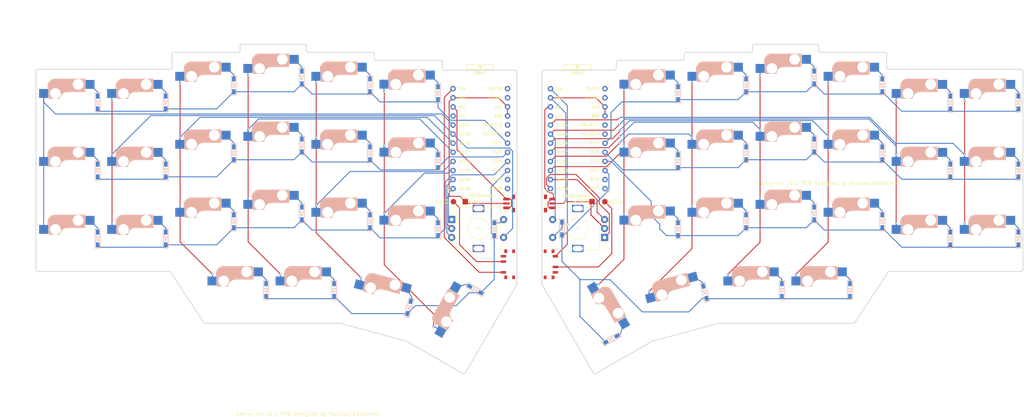
<source format=kicad_pcb>
(kicad_pcb (version 20221018) (generator pcbnew)
  (title_block (title "Corne-ice") (date "2022-12-17") (rev "0.1") (company "foostan/e3b0c442"))
  (layers (0 "F.Cu" signal) (31 "B.Cu" signal) (34 "B.Paste" user) (35 "F.Paste" user) (36 "B.SilkS" user "B.Silkscreen") (37 "F.SilkS" user "F.Silkscreen") (38 "B.Mask" user) (39 "F.Mask" user) (44 "Edge.Cuts" user))
  (net 0 "")
  (net 7 "row3_r")
  (net 8 "row3")
  (net 9 "row2_r")
  (net 10 "row2")
  (net 11 "row1_r")
  (net 12 "row1")
  (net 13 "row0_r")
  (net 14 "row0")
  (net 15 "reset_r")
  (net 16 "reset")
  (net 17 "col5_r")
  (net 18 "col5")
  (net 19 "col4_r")
  (net 20 "col4")
  (net 21 "col3_r")
  (net 22 "col3")
  (net 23 "col2_r")
  (net 24 "col2")
  (net 25 "col1_r")
  (net 26 "col1")
  (net 27 "col0_r")
  (net 28 "col0")
  (net 29 "VDD")
  (net 30 "VCC")
  (net 31 "SCK_r")
  (net 32 "SCK")
  (net 33 "RAW_r")
  (net 34 "RAW")
  (net 35 "Net-(PSW1-B)")
  (net 36 "Net-(D42-A)")
  (net 37 "Net-(D41-A)")
  (net 38 "Net-(D40-A)")
  (net 39 "Net-(D39-A)")
  (net 40 "Net-(D38-A)")
  (net 41 "Net-(D37-A)")
  (net 42 "Net-(D36-A)")
  (net 43 "Net-(D35-A)")
  (net 44 "Net-(D34-A)")
  (net 45 "Net-(D33-A)")
  (net 46 "Net-(D32-A)")
  (net 47 "Net-(D31-A)")
  (net 48 "Net-(D30-A)")
  (net 49 "Net-(D29-A)")
  (net 50 "Net-(D28-A)")
  (net 51 "Net-(D27-A)")
  (net 52 "Net-(D26-A)")
  (net 53 "Net-(D25-A)")
  (net 54 "Net-(D24-A)")
  (net 55 "Net-(D23-A)")
  (net 56 "Net-(D22-A)")
  (net 57 "Net-(D1-A)")
  (net 58 "MOSI_r")
  (net 59 "MOSI")
  (net 60 "GNDA")
  (net 61 "GND")
  (net 62 "CS_r")
  (net 63 "CS")
  (net 64 "Net-(D44-A)")
  (net 65 "Net-(D45-A)")
  (net 66 "Net-(D46-A)")
  (net 67 "Net-(D47-A)")
  (net 68 "Net-(D48-A)")
  (net 69 "Net-(D49-A)")
  (net 70 "Net-(D50-A)")
  (net 71 "Net-(D51-A)")
  (net 72 "Net-(D52-A)")
  (net 73 "Net-(D53-A)")
  (net 74 "Net-(D54-A)")
  (net 75 "Net-(D55-A)")
  (net 76 "Net-(D56-A)")
  (net 77 "Net-(D57-A)")
  (net 78 "Net-(D58-A)")
  (net 79 "Net-(D59-A)")
  (net 80 "Net-(D60-A)")
  (net 81 "Net-(D2-A)")
  (net 82 "Net-(D3-A)")
  (net 83 "Net-(D4-A)")
  (net 84 "Net-(D5-A)")
  (net 85 "Net-(D6-A)")
  (net 86 "rotary_b")
  (net 87 "rotary_a")
  (net 90 "Net-(D7-A)")
  (net 91 "Net-(D8-A)")
  (net 92 "Net-(PSW2-B)")
  (net 93 "rotary_a_r")
  (net 94 "rotary_b_r")
  (footprint "kbd:ProMicro_v3" (layer "F.Cu") (at 134.8 46.4)
    (fp_text reference "U1" hide)
    (fp_text value "nice!nano")
  )
  (footprint "kbd:ProMicro_v3" (layer "F.Cu") (at 162 46.4)
    (fp_text reference "U2" hide)
    (fp_text value "nice!nano")
  )
  (footprint "kbd:CherryMX_Hotswap" (layer "F.Cu") (at 220 28.8)
    (fp_text reference "SW25" hide)
    (fp_text value "SW_PUSH" hide)
  )
  (footprint "kbd:CherryMX_Hotswap" (layer "F.Cu") (at 258 54.8)
    (fp_text reference "SW29" hide)
    (fp_text value "SW_PUSH" hide)
  )
  (footprint "kbd:CherryMX_Hotswap" (layer "F.Cu") (at 258 73.8)
    (fp_text reference "SW35" hide)
    (fp_text value "SW_PUSH" hide)
  )
  (footprint "Button_Switch_SMD:SW_Push_1P1T-MP_NO_Horizontal_Alps_SKRTLAE010" (layer "F.Cu") (at 154.05 64 -90)
    (fp_text reference "RSW3" hide)
    (fp_text value "SW_PUSH" hide)
  )
  (footprint "TestPoint:TestPoint_Pad_1.5x1.5mm" (layer "F.Cu") (at 166 63.5 -90)
    (fp_text reference "TP4" hide)
    (fp_text value "TestPoint" hide)
  )
  (footprint "TestPoint:TestPoint_Pad_D1.5mm" (layer "F.Cu") (at 169.55 63.5 -90)
    (fp_text reference "TP3" hide)
    (fp_text value "TestPoint" hide)
  )
  (footprint "kbd:CherryMX_Hotswap" (layer "F.Cu") (at 96 31)
    (fp_text reference "SW56" hide)
    (fp_text value "SW_PUSH" hide)
  )
  (footprint "kbd:CherryMX_Hotswap" (layer "F.Cu") (at 107.2 91 -15)
    (fp_text reference "SW4" hide)
    (fp_text value "SW_PUSH" hide)
  )
  (footprint "kbd:CherryMX_Hotswap" (layer "F.Cu") (at 58 31)
    (fp_text reference "SW50" hide)
    (fp_text value "SW_PUSH" hide)
  )
  (footprint "kbd:CherryMX_Hotswap" (layer "F.Cu") (at 96 69)
    (fp_text reference "SW58" hide)
    (fp_text value "SW_PUSH" hide)
  )
  (footprint "kbd:CherryMX_Hotswap" (layer "F.Cu") (at 20 73.8)
    (fp_text reference "SW46" hide)
    (fp_text value "SW_PUSH" hide)
  )
  (footprint "kbd:CherryMX_Hotswap" (layer "F.Cu") (at 201 31)
    (fp_text reference "SW26" hide)
    (fp_text value "SW_PUSH" hide)
  )
  (footprint "TestPoint:TestPoint_Pad_D1.5mm" (layer "F.Cu") (at 127.3075 63.48 -90)
    (fp_text reference "TP2" hide)
    (fp_text value "TestPoint" hide)
  )
  (footprint "kbd:CherryMX_Hotswap" (layer "F.Cu") (at 220 66.8)
    (fp_text reference "SW37" hide)
    (fp_text value "SW_PUSH" hide)
  )
  (footprint "keeblib:switch_SSSS811101" (layer "F.Cu") (at 154 81 -90)
    (fp_text reference "PSW2" hide)
    (fp_text value "SW_SPDT" hide)
  )
  (footprint "kbd:CherryMX_Hotswap" (layer "F.Cu") (at 211 88.2)
    (fp_text reference "SW40" hide)
    (fp_text value "SW_PUSH" hide)
  )
  (footprint "kbd:CherryMX_Hotswap" (layer "F.Cu") (at 182 71.2)
    (fp_text reference "SW39" hide)
    (fp_text value "SW_PUSH" hide)
  )
  (footprint "kbd:CherryMX_Hotswap" (layer "F.Cu") (at 115 71.2)
    (fp_text reference "SW61" hide)
    (fp_text value "SW_PUSH" hide)
  )
  (footprint "kbd:CherryMX_Hotswap" (layer "F.Cu") (at 277 73.8)
    (fp_text reference "SW34" hide)
    (fp_text value "SW_PUSH" hide)
  )
  (footprint "kbd:CherryMX_Hotswap" (layer "F.Cu") (at 220 47.8)
    (fp_text reference "SW31" hide)
    (fp_text value "SW_PUSH" hide)
  )
  (footprint "kbd:CherryMX_Hotswap" (layer "F.Cu") (at 77 66.8)
    (fp_text reference "SW55" hide)
    (fp_text value "SW_PUSH" hide)
  )
  (footprint "kbd:CherryMX_Hotswap" (layer "F.Cu") (at 277 35.8)
    (fp_text reference "SW22" hide)
    (fp_text value "SW_PUSH" hide)
  )
  (footprint "TestPoint:TestPoint_Pad_1.5x1.5mm" (layer "F.Cu") (at 130.6075 63.48 -90)
    (fp_text reference "TP1" hide)
    (fp_text value "TestPoint" hide)
  )
  (footprint "kbd:CherryMX_Hotswap" (layer "F.Cu") (at 20 54.8)
    (fp_text reference "SW45" hide)
    (fp_text value "SW_PUSH" hide)
  )
  (footprint "kbd:CherryMX_Hotswap" (layer "F.Cu") (at 115 52.2)
    (fp_text reference "SW60" hide)
    (fp_text value "SW_PUSH" hide)
  )
  (footprint "kbd:CherryMX_Hotswap" (layer "F.Cu") (at 77 47.8)
    (fp_text reference "SW54" hide)
    (fp_text value "SW_PUSH" hide)
  )
  (footprint "kbd:CherryMX_Hotswap" (layer "F.Cu") (at 239 31)
    (fp_text reference "SW24" hide)
    (fp_text value "SW_PUSH" hide)
  )
  (footprint "kbd:CherryMX_Hotswap" (layer "F.Cu") (at 58 50)
    (fp_text reference "SW51" hide)
    (fp_text value "SW_PUSH" hide)
  )
  (footprint "kbd:CherryMX_Hotswap" (layer "F.Cu") (at 201 50)
    (fp_text reference "SW32" hide)
    (fp_text value "SW_PUSH" hide)
  )
  (footprint "Rotary_Encoder:RotaryEncoder_Alps_EC11E-Switch_Vertical_H20mm" (layer "F.Cu") (at 169.5 73.5 180)
    (fp_text reference "SW7" hide)
    (fp_text value "RotaryEncoder_Switch" hide)
  )
  (footprint "Button_Switch_SMD:SW_Push_1P1T-MP_NO_Horizontal_Alps_SKRTLAE010" (layer "F.Cu") (at 143 64 90)
    (fp_text reference "RSW1" hide)
    (fp_text value "SW_PUSH" hide)
  )
  (footprint "kbd:CherryMX_Hotswap" (layer "F.Cu") (at 182 33.2)
    (fp_text reference "SW27" hide)
    (fp_text value "SW_PUSH" hide)
  )
  (footprint "kbd:CherryMX_Hotswap" (layer "F.Cu") (at 189.8 91 15)
    (fp_text reference "SW41" hide)
    (fp_text value "SW_PUSH" hide)
  )
  (footprint "kbd:CherryMX_Hotswap" (layer "F.Cu") (at 258 35.8)
    (fp_text reference "SW23" hide)
    (fp_text value "SW_PUSH" hide)
  )
  (footprint "kbd:CherryMX_Hotswap" (layer "F.Cu") (at 115 33.2)
    (fp_text reference "SW59" hide)
    (fp_text value "SW_PUSH" hide)
  )
  (footprint "kbd:CherryMX_Hotswap" (layer "F.Cu") (at 39 73.8)
    (fp_text reference "SW49" hide)
    (fp_text value "SW_PUSH" hide)
  )
  (footprint "kbd:CherryMX_Hotswap" (layer "F.Cu") (at 201 69)
    (fp_text reference "SW38" hide)
    (fp_text value "SW_PUSH" hide)
  )
  (footprint "kbd:CherryMX_Hotswap" (layer "F.Cu") (at 67 88.2)
    (fp_text reference "SW2" hide)
    (fp_text value "SW_PUSH" hide)
  )
  (footprint "kbd:CherryMX_Hotswap_1.5u" (layer "F.Cu") (at 167.6 95 -60)
    (fp_text reference "SW42" hide)
    (fp_text value "SW_PUSH" hide)
  )
  (footprint "kbd:CherryMX_Hotswap" (layer "F.Cu") (at 239 50)
    (fp_text reference "SW30" hide)
    (fp_text value "SW_PUSH" hide)
  )
  (footprint "Rotary_Encoder:RotaryEncoder_Alps_EC11E-Switch_Vertical_H20mm" (layer "F.Cu") (at 126.8 68.5)
    (fp_text reference "SW43" hide)
    (fp_text value "RotaryEncoder_Switch" hide)
  )
  (footprint "kbd:CherryMX_Hotswap" (layer "F.Cu") (at 230 88.2)
    (fp_text reference "SW6" hide)
    (fp_text value "SW_PUSH" hide)
  )
  (footprint "kbd:CherryMX_Hotswap" (layer "F.Cu") (at 39 54.8)
    (fp_text reference "SW48" hide)
    (fp_text value "SW_PUSH" hide)
  )
  (footprint "kbd:CherryMX_Hotswap_1.5u" (layer "F.Cu") (at 129.4 95 60)
    (fp_text reference "SW5" hide)
    (fp_text value "SW_PUSH" hide)
  )
  (footprint "keeblib:switch_SSSS811101" (layer "F.Cu") (at 143 81 90)
    (fp_text reference "PSW1" hide)
    (fp_text value "SW_SPDT" hide)
  )
  (footprint "kbd:CherryMX_Hotswap" (layer "F.Cu") (at 20 35.8)
    (fp_text reference "SW1" hide)
    (fp_text value "SW_PUSH" hide)
  )
  (footprint "kbd:CherryMX_Hotswap" (layer "F.Cu") (at 39 35.8)
    (fp_text reference "SW47" hide)
    (fp_text value "SW_PUSH" hide)
  )
  (footprint "kbd:CherryMX_Hotswap" (layer "F.Cu") (at 86 88.2)
    (fp_text reference "SW3" hide)
    (fp_text value "SW_PUSH" hide)
  )
  (footprint "kbd:CherryMX_Hotswap" (layer "F.Cu") (at 77 28.8)
    (fp_text reference "SW53" hide)
    (fp_text value "SW_PUSH" hide)
  )
  (footprint "kbd:CherryMX_Hotswap" (layer "F.Cu") (at 182 52.2)
    (fp_text reference "SW33" hide)
    (fp_text value "SW_PUSH" hide)
  )
  (footprint "kbd:CherryMX_Hotswap" (layer "F.Cu") (at 239 69)
    (fp_text reference "SW36" hide)
    (fp_text value "SW_PUSH" hide)
  )
  (footprint "kbd:CherryMX_Hotswap" (layer "F.Cu") (at 96 50)
    (fp_text reference "SW57" hide)
    (fp_text value "SW_PUSH" hide)
  )
  (footprint "kbd:CherryMX_Hotswap" (layer "F.Cu") (at 277 54.8)
    (fp_text reference "SW28" hide)
    (fp_text value "SW_PUSH" hide)
  )
  (footprint "kbd:CherryMX_Hotswap" (layer "F.Cu") (at 58 69)
    (fp_text reference "SW52" hide)
    (fp_text value "SW_PUSH" hide)
  )
  (footprint "kbd:D3_SMD_v2" (layer "B.Cu") (at 85 66.8 90)
    (fp_text reference "D54" hide)
    (fp_text value "D" hide)
  )
  (footprint "kbd:D3_SMD_v2" (layer "B.Cu") (at 94 88.2 90)
    (fp_text reference "D3" hide)
    (fp_text value "D" hide)
  )
  (footprint "kbd:D3_SMD_v2" (layer "B.Cu") (at 123 71.2 90)
    (fp_text reference "D60" hide)
    (fp_text value "D" hide)
  )
  (footprint "kbd:D3_SMD_v2" (layer "B.Cu") (at 138.7 71.2 90)
    (fp_text reference "D6" hide)
    (fp_text value "D" hide)
  )
  (footprint "kbd:D3_SMD_v2" (layer "B.Cu") (at 28 73.8 90)
    (fp_text reference "D45" hide)
    (fp_text value "D" hide)
  )
  (footprint "kbd:D3_SMD_v2" (layer "B.Cu") (at 47 35.8 90)
    (fp_text reference "D46" hide)
    (fp_text value "D" hide)
  )
  (footprint "kbd:D3_SMD_v2" (layer "B.Cu") (at 66 50 90)
    (fp_text reference "D50" hide)
    (fp_text value "D" hide)
  )
  (footprint "kbd:D3_SMD_v2" (layer "B.Cu") (at 66 31 90)
    (fp_text reference "D49" hide)
    (fp_text value "D" hide)
  )
  (footprint "kbd:D3_SMD_v2" (layer "B.Cu") (at 190 33.2 90)
    (fp_text reference "D27" hide)
    (fp_text value "D" hide)
  )
  (footprint "kbd:D3_SMD_v2" (layer "B.Cu") (at 114.927407 93.070552 75)
    (fp_text reference "D4" hide)
    (fp_text value "D" hide)
  )
  (footprint "kbd:D3_SMD_v2" (layer "B.Cu") (at 228 47.8 90)
    (fp_text reference "D31" hide)
    (fp_text value "D" hide)
  )
  (footprint "kbd:D3_SMD_v2" (layer "B.Cu") (at 266 54.8 90)
    (fp_text reference "D29" hide)
    (fp_text value "D" hide)
  )
  (footprint "kbd:D3_SMD_v2" (layer "B.Cu") (at 66 69 90)
    (fp_text reference "D51" hide)
    (fp_text value "D" hide)
  )
  (footprint "kbd:D3_SMD_v2" (layer "B.Cu") (at 209 31 90)
    (fp_text reference "D26" hide)
    (fp_text value "D" hide)
  )
  (footprint "kbd:D3_SMD_v2" (layer "B.Cu") (at 104 31 90)
    (fp_text reference "D55" hide)
    (fp_text value "D" hide)
  )
  (footprint "kbd:D3_SMD_v2" (layer "B.Cu") (at 228 66.8 90)
    (fp_text reference "D37" hide)
    (fp_text value "D" hide)
  )
  (footprint "kbd:D3_SMD_v2" (layer "B.Cu") (at 28 35.8 90)
    (fp_text reference "D1" hide)
    (fp_text value "D" hide)
  )
  (footprint "kbd:D3_SMD_v2" (layer "B.Cu") (at 190 71.2 90)
    (fp_text reference "D39" hide)
    (fp_text value "D" hide)
  )
  (footprint "kbd:D3_SMD_v2" (layer "B.Cu") (at 47 73.8 90)
    (fp_text reference "D48" hide)
    (fp_text value "D" hide)
  )
  (footprint "kbd:D3_SMD_v2" (layer "B.Cu") (at 28 54.8 90)
    (fp_text reference "D44" hide)
    (fp_text value "D" hide)
  )
  (footprint "kbd:D3_SMD_v2" (layer "B.Cu") (at 123 33.2 90)
    (fp_text reference "D58" hide)
    (fp_text value "D" hide)
  )
  (footprint "kbd:D3_SMD_v2" (layer "B.Cu") (at 247 69 90)
    (fp_text reference "D36" hide)
    (fp_text value "D" hide)
  )
  (footprint "kbd:D3_SMD_v2" (layer "B.Cu") (at 75 88.2 90)
    (fp_text reference "D2" hide)
    (fp_text value "D" hide)
  )
  (footprint "kbd:D3_SMD_v2" (layer "B.Cu") (at 285 73.8 90)
    (fp_text reference "D34" hide)
    (fp_text value "D" hide)
  )
  (footprint "kbd:D3_SMD_v2" (layer "B.Cu") (at 123 52.2 90)
    (fp_text reference "D59" hide)
    (fp_text value "D" hide)
  )
  (footprint "kbd:D3_SMD_v2" (layer "B.Cu") (at 228 28.8 90)
    (fp_text reference "D25" hide)
    (fp_text value "D" hide)
  )
  (footprint "kbd:D3_SMD_v2" (layer "B.Cu") (at 266 35.8 90)
    (fp_text reference "D23" hide)
    (fp_text value "D" hide)
  )
  (footprint "kbd:D3_SMD_v2" (layer "B.Cu") (at 209 69 90)
    (fp_text reference "D38" hide)
    (fp_text value "D" hide)
  )
  (footprint "kbd:D3_SMD_v2" (layer "B.Cu") (at 247 50 90)
    (fp_text reference "D30" hide)
    (fp_text value "D" hide)
  )
  (footprint "kbd:D3_SMD_v2" (layer "B.Cu") (at 219 88.2 90)
    (fp_text reference "D40" hide)
    (fp_text value "D" hide)
  )
  (footprint "kbd:D3_SMD_v2" (layer "B.Cu") (at 85 47.8 90)
    (fp_text reference "D53" hide)
    (fp_text value "D" hide)
  )
  (footprint "kbd:D3_SMD_v2" (layer "B.Cu") (at 171.4 101.928203 30)
    (fp_text reference "D42" hide)
    (fp_text value "D" hide)
  )
  (footprint "kbd:D3_SMD_v2" (layer "B.Cu") (at 247 31 90)
    (fp_text reference "D24" hide)
    (fp_text value "D" hide)
  )
  (footprint "kbd:D3_SMD_v2" (layer "B.Cu") (at 47 54.8 90)
    (fp_text reference "D47" hide)
    (fp_text value "D" hide)
  )
  (footprint "kbd:D3_SMD_v2" (layer "B.Cu") (at 285 54.8 90)
    (fp_text reference "D28" hide)
    (fp_text value "D" hide)
  )
  (footprint "kbd:D3_SMD_v2" (layer "B.Cu") (at 197.527407 88.829447 105)
    (fp_text reference "D41" hide)
    (fp_text value "D" hide)
  )
  (footprint "kbd:D3_SMD_v2" (layer "B.Cu") (at 266 73.8 90)
    (fp_text reference "D35" hide)
    (fp_text value "D" hide)
  )
  (footprint "kbd:D3_SMD_v2" (layer "B.Cu") (at 157.6 71 90)
    (fp_text reference "D8" hide)
    (fp_text value "D" hide)
  )
  (footprint "kbd:D3_SMD_v2" (layer "B.Cu") (at 209 50 90)
    (fp_text reference "D32" hide)
    (fp_text value "D" hide)
  )
  (footprint "kbd:D3_SMD_v2" (layer "B.Cu") (at 238 88.2 90)
    (fp_text reference "D7" hide)
    (fp_text value "D" hide)
  )
  (footprint "kbd:D3_SMD_v2" (layer "B.Cu") (at 285 35.8 90)
    (fp_text reference "D22" hide)
    (fp_text value "D" hide)
  )
  (footprint "kbd:D3_SMD_v2" (layer "B.Cu") (at 104 50 90)
    (fp_text reference "D56" hide)
    (fp_text value "D" hide)
  )
  (footprint "kbd:D3_SMD_v2" (layer "B.Cu") (at 190 52.2 90)
    (fp_text reference "D33" hide)
    (fp_text value "D" hide)
  )
  (footprint "kbd:D3_SMD_v2" (layer "B.Cu") (at 104 69 90)
    (fp_text reference "D57" hide)
    (fp_text value "D" hide)
  )
  (footprint "kbd:D3_SMD_v2" (layer "B.Cu") (at 133.4 88.071797 150)
    (fp_text reference "D5" hide)
    (fp_text value "D" hide)
  )
  (footprint "kbd:D3_SMD_v2" (layer "B.Cu") (at 85 28.8 90)
    (fp_text reference "D52" hide)
    (fp_text value "D" hide)
  )
  (gr_line (start 145 27.25) (end 145 86.465621) (stroke (width 0.2)) (layer "Edge.Cuts"))
  (gr_line (start 229.75 21.75) (end 247.75 21.75) (stroke (width 0.2)) (layer "Edge.Cuts"))
  (gr_arc (start 201.185922 97.517318) (mid 201.250577 97.504345) (end 201.316377 97.5) (stroke (width 0.2)) (layer "Edge.Cuts"))
  (gr_arc (start 172.75 26.25) (mid 172.603553 26.603553) (end 172.25 26.75) (stroke (width 0.2)) (layer "Edge.Cuts"))
  (gr_arc (start 167.032154 111.551144) (mid 166.653303 111.60086) (end 166.350006 111.368504) (stroke (width 0.2)) (layer "Edge.Cuts"))
  (gr_arc (start 210.75 21.25) (mid 210.603553 21.603553) (end 210.25 21.75) (stroke (width 0.2)) (layer "Edge.Cuts"))
  (gr_arc (start 145 86.465621) (mid 144.982865 86.595395) (end 144.932635 86.716274) (stroke (width 0.2)) (layer "Edge.Cuts"))
  (gr_arc (start 248.60194 83.225987) (mid 248.782478 83.060099) (end 249.02017 83) (stroke (width 0.2)) (layer "Edge.Cuts"))
  (gr_line (start 238.97983 97.5) (end 201.316377 97.5) (stroke (width 0.2)) (layer "Edge.Cuts"))
  (gr_arc (start 144.5 26.75) (mid 144.853553 26.896447) (end 145 27.25) (stroke (width 0.2)) (layer "Edge.Cuts"))
  (gr_line (start 152 86.465621) (end 152 27.25) (stroke (width 0.2)) (layer "Edge.Cuts"))
  (gr_arc (start 104.75 21.75) (mid 105.103553 21.896447) (end 105.25 22.25) (stroke (width 0.2)) (layer "Edge.Cuts"))
  (gr_line (start 201.185922 97.517318) (end 182.812739 102.483044) (stroke (width 0.2)) (layer "Edge.Cuts"))
  (gr_line (start 67.75 21.25) (end 67.75 20) (stroke (width 0.2)) (layer "Edge.Cuts"))
  (gr_line (start 86.75 21.75) (end 104.75 21.75) (stroke (width 0.2)) (layer "Edge.Cuts"))
  (gr_line (start 114.187261 102.483044) (end 95.814078 97.517318) (stroke (width 0.2)) (layer "Edge.Cuts"))
  (gr_arc (start 172.75 24.5) (mid 172.896447 24.146447) (end 173.25 24) (stroke (width 0.2)) (layer "Edge.Cuts"))
  (gr_arc (start 95.683623 97.5) (mid 95.749422 97.504351) (end 95.814078 97.517318) (stroke (width 0.2)) (layer "Edge.Cuts"))
  (gr_arc (start 67.75 21.25) (mid 67.603553 21.603553) (end 67.25 21.75) (stroke (width 0.2)) (layer "Edge.Cuts"))
  (gr_line (start 124.25 24.5) (end 124.25 26.25) (stroke (width 0.2)) (layer "Edge.Cuts"))
  (gr_arc (start 239.39806 97.274013) (mid 239.217522 97.439901) (end 238.97983 97.5) (stroke (width 0.2)) (layer "Edge.Cuts"))
  (gr_line (start 68.25 19.5) (end 85.75 19.5) (stroke (width 0.2)) (layer "Edge.Cuts"))
  (gr_arc (start 47.97983 83) (mid 48.217511 83.060121) (end 48.39806 83.225987) (stroke (width 0.2)) (layer "Edge.Cuts"))
  (gr_line (start 166.350006 111.368504) (end 152.067365 86.716274) (stroke (width 0.2)) (layer "Edge.Cuts"))
  (gr_line (start 11.25 26.5) (end 48.25 26.5) (stroke (width 0.2)) (layer "Edge.Cuts"))
  (gr_line (start 124.75 26.75) (end 144.5 26.75) (stroke (width 0.2)) (layer "Edge.Cuts"))
  (gr_line (start 49.25 21.75) (end 67.25 21.75) (stroke (width 0.2)) (layer "Edge.Cuts"))
  (gr_arc (start 182.69368 102.532432) (mid 182.751612 102.503888) (end 182.812739 102.483044) (stroke (width 0.2)) (layer "Edge.Cuts"))
  (gr_arc (start 210.75 20) (mid 210.896447 19.646447) (end 211.25 19.5) (stroke (width 0.2)) (layer "Edge.Cuts"))
  (gr_line (start 248.60194 83.225987) (end 239.39806 97.274013) (stroke (width 0.2)) (layer "Edge.Cuts"))
  (gr_line (start 286.25 27) (end 286.25 82.5) (stroke (width 0.2)) (layer "Edge.Cuts"))
  (gr_arc (start 114.187261 102.483044) (mid 114.248389 102.503886) (end 114.30632 102.532432) (stroke (width 0.2)) (layer "Edge.Cuts"))
  (gr_arc (start 48.75 22.25) (mid 48.896447 21.896447) (end 49.25 21.75) (stroke (width 0.2)) (layer "Edge.Cuts"))
  (gr_line (start 47.97983 83) (end 11.25 83) (stroke (width 0.2)) (layer "Edge.Cuts"))
  (gr_line (start 285.75 83) (end 249.02017 83) (stroke (width 0.2)) (layer "Edge.Cuts"))
  (gr_arc (start 247.75 21.75) (mid 248.103553 21.896447) (end 248.25 22.25) (stroke (width 0.2)) (layer "Edge.Cuts"))
  (gr_line (start 172.75 26.25) (end 172.75 24.5) (stroke (width 0.2)) (layer "Edge.Cuts"))
  (gr_arc (start 191.75 22.25) (mid 191.896447 21.896447) (end 192.25 21.75) (stroke (width 0.2)) (layer "Edge.Cuts"))
  (gr_arc (start 152.067365 86.716274) (mid 152.01713 86.595395) (end 152 86.465621) (stroke (width 0.2)) (layer "Edge.Cuts"))
  (gr_line (start 10.75 82.5) (end 10.75 27) (stroke (width 0.2)) (layer "Edge.Cuts"))
  (gr_arc (start 11.25 83) (mid 10.896447 82.853553) (end 10.75 82.5) (stroke (width 0.2)) (layer "Edge.Cuts"))
  (gr_line (start 173.25 24) (end 191.25 24) (stroke (width 0.2)) (layer "Edge.Cuts"))
  (gr_line (start 57.60194 97.274013) (end 48.39806 83.225987) (stroke (width 0.2)) (layer "Edge.Cuts"))
  (gr_line (start 229.25 20) (end 229.25 21.25) (stroke (width 0.2)) (layer "Edge.Cuts"))
  (gr_arc (start 229.75 21.75) (mid 229.396447 21.603553) (end 229.25 21.25) (stroke (width 0.2)) (layer "Edge.Cuts"))
  (gr_line (start 152.5 26.75) (end 172.25 26.75) (stroke (width 0.2)) (layer "Edge.Cuts"))
  (gr_line (start 105.75 24) (end 123.75 24) (stroke (width 0.2)) (layer "Edge.Cuts"))
  (gr_line (start 211.25 19.5) (end 228.75 19.5) (stroke (width 0.2)) (layer "Edge.Cuts"))
  (gr_arc (start 123.75 24) (mid 124.103553 24.146447) (end 124.25 24.5) (stroke (width 0.2)) (layer "Edge.Cuts"))
  (gr_line (start 48.75 26) (end 48.75 22.25) (stroke (width 0.2)) (layer "Edge.Cuts"))
  (gr_arc (start 10.75 27) (mid 10.896447 26.646447) (end 11.25 26.5) (stroke (width 0.2)) (layer "Edge.Cuts"))
  (gr_arc (start 285.75 26.5) (mid 286.103553 26.646447) (end 286.25 27) (stroke (width 0.2)) (layer "Edge.Cuts"))
  (gr_line (start 144.932635 86.716274) (end 130.649994 111.368504) (stroke (width 0.2)) (layer "Edge.Cuts"))
  (gr_arc (start 86.75 21.75) (mid 86.396447 21.603553) (end 86.25 21.25) (stroke (width 0.2)) (layer "Edge.Cuts"))
  (gr_arc (start 105.75 24) (mid 105.396447 23.853553) (end 105.25 23.5) (stroke (width 0.2)) (layer "Edge.Cuts"))
  (gr_line (start 105.25 22.25) (end 105.25 23.5) (stroke (width 0.2)) (layer "Edge.Cuts"))
  (gr_arc (start 130.649994 111.368504) (mid 130.346676 111.600838) (end 129.967846 111.551144) (stroke (width 0.2)) (layer "Edge.Cuts"))
  (gr_arc (start 248.75 26.5) (mid 248.396447 26.353553) (end 248.25 26) (stroke (width 0.2)) (layer "Edge.Cuts"))
  (gr_line (start 95.683623 97.5) (end 58.02017 97.5) (stroke (width 0.2)) (layer "Edge.Cuts"))
  (gr_line (start 248.25 22.25) (end 248.25 26) (stroke (width 0.2)) (layer "Edge.Cuts"))
  (gr_line (start 129.967846 111.551144) (end 114.30632 102.532432) (stroke (width 0.2)) (layer "Edge.Cuts"))
  (gr_arc (start 286.25 82.5) (mid 286.103553 82.853553) (end 285.75 83) (stroke (width 0.2)) (layer "Edge.Cuts"))
  (gr_line (start 182.69368 102.532432) (end 167.032154 111.551144) (stroke (width 0.2)) (layer "Edge.Cuts"))
  (gr_line (start 191.75 23.5) (end 191.75 22.25) (stroke (width 0.2)) (layer "Edge.Cuts"))
  (gr_arc (start 152 27.25) (mid 152.146447 26.896447) (end 152.5 26.75) (stroke (width 0.2)) (layer "Edge.Cuts"))
  (gr_arc (start 67.75 20) (mid 67.896447 19.646447) (end 68.25 19.5) (stroke (width 0.2)) (layer "Edge.Cuts"))
  (gr_arc (start 48.75 26) (mid 48.603553 26.353553) (end 48.25 26.5) (stroke (width 0.2)) (layer "Edge.Cuts"))
  (gr_arc (start 228.75 19.5) (mid 229.103553 19.646447) (end 229.25 20) (stroke (width 0.2)) (layer "Edge.Cuts"))
  (gr_line (start 248.75 26.5) (end 285.75 26.5) (stroke (width 0.2)) (layer "Edge.Cuts"))
  (gr_line (start 210.75 21.25) (end 210.75 20) (stroke (width 0.2)) (layer "Edge.Cuts"))
  (gr_arc (start 124.75 26.75) (mid 124.396447 26.603553) (end 124.25 26.25) (stroke (width 0.2)) (layer "Edge.Cuts"))
  (gr_arc (start 191.75 23.5) (mid 191.603553 23.853553) (end 191.25 24) (stroke (width 0.2)) (layer "Edge.Cuts"))
  (gr_arc (start 85.75 19.5) (mid 86.103553 19.646447) (end 86.25 20) (stroke (width 0.2)) (layer "Edge.Cuts"))
  (gr_arc (start 58.02017 97.5) (mid 57.78248 97.43989) (end 57.60194 97.274013) (stroke (width 0.2)) (layer "Edge.Cuts"))
  (gr_line (start 86.25 20) (end 86.25 21.25) (stroke (width 0.2)) (layer "Edge.Cuts"))
  (gr_line (start 192.25 21.75) (end 210.25 21.75) (stroke (width 0.2)) (layer "Edge.Cuts"))
  (gr_text "Corne-ice v0.1 PCB Designed by foostan/e3b0c442" (at 66.4825 122.83) (layer "F.SilkS") (effects (font (size 1 1) (thickness 0.125)) (justify left)))
  (gr_text "Corne-ice v0.1 PCB Designed by foostan/e3b0c442" (at 211.8325 58.33) (layer "F.SilkS") (effects (font (size 1 1) (thickness 0.125)) (justify left)))
  (gr_text "-GND" (at 162.7 63.4) (layer "F.SilkS") (effects (font (size 1 1))))
  (gr_text "+VCC" (at 124 63.5) (layer "F.SilkS") (effects (font (size 1 1))))
  (gr_text "GND-" (at 133.9 63.5) (layer "F.SilkS") (effects (font (size 1 1))))
  (gr_text "VCC+" (at 172.6 63.5) (layer "F.SilkS") (effects (font (size 1 1))))
  (segment (start 197.986811 90.543965) (end 196.756035 90.543965) (width 0.25) (layer "B.Cu") (net 7))
  (segment (start 162.6 85.2) (end 162.6 85.3) (width 0.25) (layer "B.Cu") (net 7))
  (segment (start 171 85.3) (end 162.6 85.3) (width 0.25) (layer "B.Cu") (net 7))
  (segment (start 157.6 80.2) (end 162.6 85.2) (width 0.25) (layer "B.Cu") (net 7))
  (segment (start 157.6 72.775) (end 157.6 80.2) (width 0.25) (layer "B.Cu") (net 7))
  (segment (start 237.35 90.625) (end 219.65 90.625) (width 0.25) (layer "B.Cu") (net 7))
  (segment (start 170.6984 60.305474) (end 170.6984 55.869) (width 0.25) (layer "B.Cu") (net 7))
  (segment (start 157.6 72.775) (end 158.228874 72.775) (width 0.25) (layer "B.Cu") (net 7))
  (segment (start 193 94.3) (end 180 94.3) (width 0.25) (layer "B.Cu") (net 7))
  (segment (start 219 89.975) (end 218.35 90.625) (width 0.25) (layer "B.Cu") (net 7))
  (segment (start 198.067846 90.625) (end 197.986811 90.543965) (width 0.25) (layer "B.Cu") (net 7))
  (segment (start 218.35 90.625) (end 198.067846 90.625) (width 0.25) (layer "B.Cu") (net 7))
  (segment (start 219.65 90.625) (end 219 89.975) (width 0.25) (layer "B.Cu") (net 7))
  (segment (start 158.228874 72.775) (end 170.6984 60.305474) (width 0.25) (layer "B.Cu") (net 7))
  (segment (start 196.756035 90.543965) (end 193 94.3) (width 0.25) (layer "B.Cu") (net 7))
  (segment (start 180 94.3) (end 171 85.3) (width 0.25) (layer "B.Cu") (net 7))
  (segment (start 238 89.975) (end 237.35 90.625) (width 0.25) (layer "B.Cu") (net 7))
  (segment (start 162.6 95.552898) (end 169.862805 102.815703) (width 0.25) (layer "B.Cu") (net 7))
  (segment (start 170.6984 55.869) (end 169.6114 54.782) (width 0.25) (layer "B.Cu") (net 7))
  (segment (start 162.6 85.3) (end 162.6 95.552898) (width 0.25) (layer "B.Cu") (net 7))
  (segment (start 75 89.975) (end 75.65 90.625) (width 0.25) (layer "B.Cu") (net 8))
  (segment (start 94 89.975) (end 94.075 89.975) (width 0.25) (layer "B.Cu") (net 8))
  (segment (start 114.468003 94.78507) (end 116.678073 92.575) (width 0.25) (layer "B.Cu") (net 8))
  (segment (start 137.875 72.15) (end 137.875 59.3184) (width 0.25) (layer "B.Cu") (net 8))
  (segment (start 138.7 72.975) (end 137.875 72.15) (width 0.25) (layer "B.Cu") (net 8))
  (segment (start 93.35 90.625) (end 94 89.975) (width 0.25) (layer "B.Cu") (net 8))
  (segment (start 131.707461 88.959297) (end 134.937195 88.959297) (width 0.25) (layer "B.Cu") (net 8))
  (segment (start 134.937195 88.959297) (end 138.7 85.196492) (width 0.25) (layer "B.Cu") (net 8))
  (segment (start 138.7 85.196492) (end 138.7 72.975) (width 0.25) (layer "B.Cu") (net 8))
  (segment (start 116.678073 92.575) (end 128.091758 92.575) (width 0.25) (layer "B.Cu") (net 8))
  (segment (start 98.9 94.8) (end 98.91493 94.78507) (width 0.25) (layer "B.Cu") (net 8))
  (segment (start 98.91493 94.78507) (end 114.468003 94.78507) (width 0.25) (layer "B.Cu") (net 8))
  (segment (start 128.091758 92.575) (end 131.707461 88.959297) (width 0.25) (layer "B.Cu") (net 8))
  (segment (start 137.875 59.3184) (end 142.4114 54.782) (width 0.25) (layer "B.Cu") (net 8))
  (segment (start 94.075 89.975) (end 98.9 94.8) (width 0.25) (layer "B.Cu") (net 8))
  (segment (start 75.65 90.625) (end 93.35 90.625) (width 0.25) (layer "B.Cu") (net 8))
  (segment (start 266 75.575) (end 265.35 76.225) (width 0.25) (layer "B.Cu") (net 9))
  (segment (start 284.35 76.225) (end 266.65 76.225) (width 0.25) (layer "B.Cu") (net 9))
  (segment (start 230.85 71.425) (end 228 68.575) (width 0.25) (layer "B.Cu") (net 9))
  (segment (start 171.342 52.242) (end 182.5 63.4) (width 0.25) (layer "B.Cu") (net 9))
  (segment (start 265.35 76.225) (end 252.45 76.225) (width 0.25) (layer "B.Cu") (net 9))
  (segment (start 206.8 72.975) (end 190 72.975) (width 0.25) (layer "B.Cu") (net 9))
  (segment (start 209 70.775) (end 206.8 72.975) (width 0.25) (layer "B.Cu") (net 9))
  (segment (start 186.775 72.975) (end 190 72.975) (width 0.25) (layer "B.Cu") (net 9))
  (segment (start 228 68.575) (end 225.8 70.775) (width 0.25) (layer "B.Cu") (net 9))
  (segment (start 184.9 71.1) (end 186.775 72.975) (width 0.25) (layer "B.Cu") (net 9))
  (segment (start 169.6114 52.242) (end 171.342 52.242) (width 0.25) (layer "B.Cu") (net 9))
  (segment (start 252.45 76.225) (end 247 70.775) (width 0.25) (layer "B.Cu") (net 9))
  (segment (start 266.65 76.225) (end 266 75.575) (width 0.25) (layer "B.Cu") (net 9))
  (segment (start 246.35 71.425) (end 230.85 71.425) (width 0.25) (layer "B.Cu") (net 9))
  (segment (start 285 75.575) (end 284.35 76.225) (width 0.25) (layer "B.Cu") (net 9))
  (segment (start 182.5 63.4) (end 182.5 67.4) (width 0.25) (layer "B.Cu") (net 9))
  (segment (start 182.5 67.4) (end 184.9 69.8) (width 0.25) (layer "B.Cu") (net 9))
  (segment (start 247 70.775) (end 246.35 71.425) (width 0.25) (layer "B.Cu") (net 9))
  (segment (start 184.9 69.8) (end 184.9 71.1) (width 0.25) (layer "B.Cu") (net 9))
  (segment (start 225.8 70.775) (end 209 70.775) (width 0.25) (layer "B.Cu") (net 9))
  (segment (start 125.025 57.957926) (end 126.982926 56) (width 0.25) (layer "B.Cu") (net 10))
  (segment (start 122.35 73.625) (end 123 72.975) (width 0.25) (layer "B.Cu") (net 10))
  (segment (start 28 75.575) (end 28.65 76.225) (width 0.25) (layer "B.Cu") (net 10))
  (segment (start 61.2 75.575) (end 66 70.775) (width 0.25) (layer "B.Cu") (net 10))
  (segment (start 126.982926 56) (end 138.6534 56) (width 0.25) (layer "B.Cu") (net 10))
  (segment (start 103.35 71.425) (end 104 70.775) (width 0.25) (layer "B.Cu") (net 10))
  (segment (start 28.65 76.225) (end 46.35 76.225) (width 0.25) (layer "B.Cu") (net 10))
  (segment (start 46.35 76.225) (end 47 75.575) (width 0.25) (layer "B.Cu") (net 10))
  (segment (start 85 68.575) (end 87.85 71.425) (width 0.25) (layer "B.Cu") (net 10))
  (segment (start 82.8 70.775) (end 85 68.575) (width 0.25) (layer "B.Cu") (net 10))
  (segment (start 106.85 73.625) (end 122.35 73.625) (width 0.25) (layer "B.Cu") (net 10))
  (segment (start 138.6534 56) (end 142.4114 52.242) (width 0.25) (layer "B.Cu") (net 10))
  (segment (start 123 72.975) (end 125.025 70.95) (width 0.25) (layer "B.Cu") (net 10))
  (segment (start 125.025 70.95) (end 125.025 57.957926) (width 0.25) (layer "B.Cu") (net 10))
  (segment (start 47 75.575) (end 61.2 75.575) (width 0.25) (layer "B.Cu") (net 10))
  (segment (start 87.85 71.425) (end 103.35 71.425) (width 0.25) (layer "B.Cu") (net 10))
  (segment (start 66 70.775) (end 82.8 70.775) (width 0.25) (layer "B.Cu") (net 10))
  (segment (start 104 70.775) (end 106.85 73.625) (width 0.25) (layer "B.Cu") (net 10))
  (segment (start 230.85 52.425) (end 228 49.575) (width 0.25) (layer "B.Cu") (net 11))
  (segment (start 266.65 57.225) (end 266 56.575) (width 0.25) (layer "B.Cu") (net 11))
  (segment (start 206.8 53.975) (end 190 53.975) (width 0.25) (layer "B.Cu") (net 11))
  (segment (start 189.35 54.625) (end 174.5344 54.625) (width 0.25) (layer "B.Cu") (net 11))
  (segment (start 265.35 57.225) (end 252.45 57.225) (width 0.25) (layer "B.Cu") (net 11))
  (segment (start 190 53.975) (end 189.35 54.625) (width 0.25) (layer "B.Cu") (net 11))
  (segment (start 266 56.575) (end 265.35 57.225) (width 0.25) (layer "B.Cu") (net 11))
  (segment (start 247 51.775) (end 246.35 52.425) (width 0.25) (layer "B.Cu") (net 11))
  (segment (start 174.5344 54.625) (end 169.6114 49.702) (width 0.25) (layer "B.Cu") (net 11))
  (segment (start 246.35 52.425) (end 230.85 52.425) (width 0.25) (layer "B.Cu") (net 11))
  (segment (start 209 51.775) (end 206.8 53.975) (width 0.25) (layer "B.Cu") (net 11))
  (segment (start 228 49.575) (end 225.8 51.775) (width 0.25) (layer "B.Cu") (net 11))
  (segment (start 252.45 57.225) (end 247 51.775) (width 0.25) (layer "B.Cu") (net 11))
  (segment (start 225.8 51.775) (end 209 51.775) (width 0.25) (layer "B.Cu") (net 11))
  (segment (start 284.35 57.225) (end 266.65 57.225) (width 0.25) (layer "B.Cu") (net 11))
  (segment (start 285 56.575) (end 284.35 57.225) (width 0.25) (layer "B.Cu") (net 11))
  (segment (start 28 56.575) (end 28.65 57.225) (width 0.25) (layer "B.Cu") (net 12))
  (segment (start 125.975 51) (end 141.1134 51) (width 0.25) (layer "B.Cu") (net 12))
  (segment (start 47 56.575) (end 61.2 56.575) (width 0.25) (layer "B.Cu") (net 12))
  (segment (start 82.8 51.775) (end 85 49.575) (width 0.25) (layer "B.Cu") (net 12))
  (segment (start 85 49.575) (end 87.85 52.425) (width 0.25) (layer "B.Cu") (net 12))
  (segment (start 66 51.775) (end 82.8 51.775) (width 0.25) (layer "B.Cu") (net 12))
  (segment (start 61.2 56.575) (end 66 51.775) (width 0.25) (layer "B.Cu") (net 12))
  (segment (start 46.35 57.225) (end 47 56.575) (width 0.25) (layer "B.Cu") (net 12))
  (segment (start 106.85 54.625) (end 122.35 54.625) (width 0.25) (layer "B.Cu") (net 12))
  (segment (start 122.35 54.625) (end 123 53.975) (width 0.25) (layer "B.Cu") (net 12))
  (segment (start 28.65 57.225) (end 46.35 57.225) (width 0.25) (layer "B.Cu") (net 12))
  (segment (start 141.1134 51) (end 142.4114 49.702) (width 0.25) (layer "B.Cu") (net 12))
  (segment (start 103.35 52.425) (end 104 51.775) (width 0.25) (layer "B.Cu") (net 12))
  (segment (start 123 53.975) (end 125.975 51) (width 0.25) (layer "B.Cu") (net 12))
  (segment (start 87.85 52.425) (end 103.35 52.425) (width 0.25) (layer "B.Cu") (net 12))
  (segment (start 104 51.775) (end 106.85 54.625) (width 0.25) (layer "B.Cu") (net 12))
  (segment (start 284.35 38.225) (end 266.65 38.225) (width 0.25) (layer "B.Cu") (net 13))
  (segment (start 206.8 34.975) (end 190 34.975) (width 0.25) (layer "B.Cu") (net 13))
  (segment (start 265.35 38.225) (end 252.45 38.225) (width 0.25) (layer "B.Cu") (net 13))
  (segment (start 171.3 45.4734) (end 169.6114 47.162) (width 0.25) (layer "B.Cu") (net 13))
  (segment (start 285 37.575) (end 284.35 38.225) (width 0.25) (layer "B.Cu") (net 13))
  (segment (start 228 30.575) (end 225.8 32.775) (width 0.25) (layer "B.Cu") (net 13))
  (segment (start 230.85 33.425) (end 228 30.575) (width 0.25) (layer "B.Cu") (net 13))
  (segment (start 246.35 33.425) (end 230.85 33.425) (width 0.25) (layer "B.Cu") (net 13))
  (segment (start 252.45 38.225) (end 247 32.775) (width 0.25) (layer "B.Cu") (net 13))
  (segment (start 209 32.775) (end 206.8 34.975) (width 0.25) (layer "B.Cu") (net 13))
  (segment (start 171.3 38.6) (end 171.3 45.4734) (width 0.25) (layer "B.Cu") (net 13))
  (segment (start 266 37.575) (end 265.35 38.225) (width 0.25) (layer "B.Cu") (net 13))
  (segment (start 190 34.975) (end 189.35 35.625) (width 0.25) (layer "B.Cu") (net 13))
  (segment (start 247 32.775) (end 246.35 33.425) (width 0.25) (layer "B.Cu") (net 13))
  (segment (start 266.65 38.225) (end 266 37.575) (width 0.25) (layer "B.Cu") (net 13))
  (segment (start 189.35 35.625) (end 174.275 35.625) (width 0.25) (layer "B.Cu") (net 13))
  (segment (start 225.8 32.775) (end 209 32.775) (width 0.25) (layer "B.Cu") (net 13))
  (segment (start 174.275 35.625) (end 171.3 38.6) (width 0.25) (layer "B.Cu") (net 13))
  (segment (start 122.35 35.625) (end 123 34.975) (width 0.25) (layer "B.Cu") (net 14))
  (segment (start 135.9994 40.75) (end 142.4114 47.162) (width 0.25) (layer "B.Cu") (net 14))
  (segment (start 103.35 33.425) (end 104 32.775) (width 0.25) (layer "B.Cu") (net 14))
  (segment (start 104 32.775) (end 106.85 35.625) (width 0.25) (layer "B.Cu") (net 14))
  (segment (start 85 30.575) (end 87.85 33.425) (width 0.25) (layer "B.Cu") (net 14))
  (segment (start 47 37.575) (end 61.2 37.575) (width 0.25) (layer "B.Cu") (net 14))
  (segment (start 123 37.190537) (end 126.559463 40.75) (width 0.25) (layer "B.Cu") (net 14))
  (segment (start 87.85 33.425) (end 103.35 33.425) (width 0.25) (layer "B.Cu") (net 14))
  (segment (start 66 32.775) (end 82.8 32.775) (width 0.25) (layer "B.Cu") (net 14))
  (segment (start 61.2 37.575) (end 66 32.775) (width 0.25) (layer "B.Cu") (net 14))
  (segment (start 46.35 38.225) (end 47 37.575) (width 0.25) (layer "B.Cu") (net 14))
  (segment (start 126.559463 40.75) (end 135.9994 40.75) (width 0.25) (layer "B.Cu") (net 14))
  (segment (start 28 37.575) (end 28.65 38.225) (width 0.25) (layer "B.Cu") (net 14))
  (segment (start 28.65 38.225) (end 46.35 38.225) (width 0.25) (layer "B.Cu") (net 14))
  (segment (start 123 34.975) (end 123 37.190537) (width 0.25) (layer "B.Cu") (net 14))
  (segment (start 106.85 35.625) (end 122.35 35.625) (width 0.25) (layer "B.Cu") (net 14))
  (segment (start 82.8 32.775) (end 85 30.575) (width 0.25) (layer "B.Cu") (net 14))
  (segment (start 152.8 59.801074) (end 152.8 37.9) (width 0.25) (layer "F.Cu") (net 15))
  (segment (start 154.603248 62.775) (end 154.95 62.775) (width 0.25) (layer "F.Cu") (net 15))
  (segment (start 152.9 37.8) (end 153.698 37.002) (width 0.25) (layer "F.Cu") (net 15))
  (segment (start 154.95 62.775) (end 155.2 62.525) (width 0.25) (layer "F.Cu") (net 15))
  (segment (start 154.05 65.225) (end 153.725 64.9) (width 0.25) (layer "F.Cu") (net 15))
  (segment (start 154.95 65.225) (end 154.05 65.225) (width 0.25) (layer "F.Cu") (net 15))
  (segment (start 155.2 61.5) (end 154.75 61.05) (width 0.25) (layer "F.Cu") (net 15))
  (segment (start 154.75 61.05) (end 154.048926 61.05) (width 0.25) (layer "F.Cu") (net 15))
  (segment (start 153.698 37.002) (end 154.3914 37.002) (width 0.25) (layer "F.Cu") (net 15))
  (segment (start 153.725 63.653248) (end 154.603248 62.775) (width 0.25) (layer "F.Cu") (net 15))
  (segment (start 153.725 64.9) (end 153.725 63.653248) (width 0.25) (layer "F.Cu") (net 15))
  (segment (start 155.2 62.525) (end 155.2 61.5) (width 0.25) (layer "F.Cu") (net 15))
  (segment (start 154.048926 61.05) (end 152.8 59.801074) (width 0.25) (layer "F.Cu") (net 15))
  (segment (start 143.247182 62.775) (end 142.1 62.775) (width 0.25) (layer "F.Cu") (net 16))
  (segment (start 142.1 65.225) (end 143 65.225) (width 0.25) (layer "F.Cu") (net 16))
  (segment (start 143.486091 64.738909) (end 143.486091 63.013909) (width 0.25) (layer "F.Cu") (net 16))
  (segment (start 128.2784 38.089) (end 128.2784 48.9534) (width 0.25) (layer "F.Cu") (net 16))
  (segment (start 127.1914 37.002) (end 128.2784 38.089) (width 0.25) (layer "F.Cu") (net 16))
  (segment (start 128.2784 48.9534) (end 142.1 62.775) (width 0.25) (layer "F.Cu") (net 16))
  (segment (start 143 65.225) (end 143.486091 64.738909) (width 0.25) (layer "F.Cu") (net 16))
  (segment (start 143.486091 63.013909) (end 143.247182 62.775) (width 0.25) (layer "F.Cu") (net 16))
  (segment (start 174.9 32.5) (end 174.9 66.8) (width 0.25) (layer "F.Cu") (net 17))
  (segment (start 174.9 48.849874) (end 170.054874 53.695) (width 0.25) (layer "F.Cu") (net 17))
  (segment (start 155.4784 53.695) (end 154.3914 54.782) (width 0.25) (layer "F.Cu") (net 17))
  (segment (start 174.9 79.6) (end 167.9 86.6) (width 0.25) (layer "F.Cu") (net 17))
  (segment (start 174.9 66.8) (end 174.9 79.6) (width 0.25) (layer "F.Cu") (net 17))
  (segment (start 174.9 47.7865) (end 174.9 48.849874) (width 0.25) (layer "F.Cu") (net 17))
  (segment (start 170.054874 53.695) (end 155.4784 53.695) (width 0.25) (layer "F.Cu") (net 17))
  (via (at 174.9 66.8) (size 0.6) (drill 0.4) (layers "F.Cu" "B.Cu") (net 17))
  (via (at 174.9 32.5) (size 0.6) (drill 0.4) (layers "F.Cu" "B.Cu") (net 17))
  (via (at 167.9 86.6) (size 0.6) (drill 0.4) (layers "F.Cu" "B.Cu") (net 17))
  (via (at 174.9 47.7865) (size 0.6) (drill 0.4) (layers "F.Cu" "B.Cu") (net 17))
  (segment (start 174.915 49.66) (end 174.915 47.8015) (width 0.25) (layer "B.Cu") (net 17))
  (segment (start 167.9 86.6) (end 167.251415 86.6) (width 0.25) (layer "B.Cu") (net 17))
  (segment (start 174.915 30.66) (end 174.915 32.485) (width 0.25) (layer "B.Cu") (net 17))
  (segment (start 174.915 32.485) (end 174.9 32.5) (width 0.25) (layer "B.Cu") (net 17))
  (segment (start 174.915 47.8015) (end 174.9 47.7865) (width 0.25) (layer "B.Cu") (net 17))
  (segment (start 174.9 66.8) (end 174.9 68.645) (width 0.25) (layer "B.Cu") (net 17))
  (segment (start 167.251415 86.6) (end 166.257205 87.59421) (width 0.25) (layer "B.Cu") (net 17))
  (segment (start 174.9 68.645) (end 174.915 68.66) (width 0.25) (layer "B.Cu") (net 17))
  (segment (start 108 81.130595) (end 121.75 94.880595) (width 0.25) (layer "F.Cu") (net 18))
  (segment (start 108 66.75) (end 108 81.130595) (width 0.25) (layer "F.Cu") (net 18))
  (segment (start 121.75 94.880595) (end 121.75 98.5) (width 0.25) (layer "F.Cu") (net 18))
  (segment (start 108 47.75) (end 108 66.75) (width 0.25) (layer "F.Cu") (net 18))
  (segment (start 108 32.75) (end 108 47.75) (width 0.25) (layer "F.Cu") (net 18))
  (via (at 108 32.75) (size 0.6) (drill 0.4) (layers "F.Cu" "B.Cu") (net 18))
  (via (at 108 47.75) (size 0.6) (drill 0.4) (layers "F.Cu" "B.Cu") (net 18))
  (via (at 108 66.75) (size 0.6) (drill 0.4) (layers "F.Cu" "B.Cu") (net 18))
  (via (at 121.75 98.5) (size 0.6) (drill 0.4) (layers "F.Cu" "B.Cu") (net 18))
  (segment (start 119.225 55.525) (end 108 66.75) (width 0.25) (layer "B.Cu") (net 18))
  (segment (start 127.1914 54.782) (end 126.4294 54.782) (width 0.25) (layer "B.Cu") (net 18))
  (segment (start 121.75 98.5) (end 122.292005 98.5) (width 0.25) (layer "B.Cu") (net 18))
  (segment (start 107.915 49.66) (end 107.915 47.835) (width 0.25) (layer "B.Cu") (net 18))
  (segment (start 126.4294 54.782) (end 125.6864 55.525) (width 0.25) (layer "B.Cu") (net 18))
  (segment (start 108 66.75) (end 108 68.575) (width 0.25) (layer "B.Cu") (net 18))
  (segment (start 122.292005 98.5) (end 123.657795 99.86579) (width 0.25) (layer "B.Cu") (net 18))
  (segment (start 107.915 30.66) (end 107.915 32.665) (width 0.25) (layer "B.Cu") (net 18))
  (segment (start 125.6864 55.525) (end 119.225 55.525) (width 0.25) (layer "B.Cu") (net 18))
  (segment (start 108 68.575) (end 107.915 68.66) (width 0.25) (layer "B.Cu") (net 18))
  (segment (start 107.915 47.835) (end 108 47.75) (width 0.25) (layer "B.Cu") (net 18))
  (segment (start 107.915 32.665) (end 108 32.75) (width 0.25) (layer "B.Cu") (net 18))
  (segment (start 193.9 30.3) (end 193.9 45.5) (width 0.25) (layer "F.Cu") (net 19))
  (segment (start 170.054874 50.789) (end 155.8444 50.789) (width 0.25) (layer "F.Cu") (net 19))
  (segment (start 170.6984 50.1016) (end 170.6984 50.145474) (width 0.25) (layer "F.Cu") (net 19))
  (segment (start 173.7 47.1) (end 170.6984 50.1016) (width 0.25) (layer "F.Cu") (net 19))
  (segment (start 193.9 76.6) (end 181.9 88.6) (width 0.25) (layer "F.Cu") (net 19))
  (segment (start 170.6984 50.145474) (end 170.054874 50.789) (width 0.25) (layer "F.Cu") (net 19))
  (segment (start 193.9 64.6) (end 193.9 76.6) (width 0.25) (layer "F.Cu") (net 19))
  (segment (start 155.8444 50.789) (end 154.3914 52.242) (width 0.25) (layer "F.Cu") (net 19))
  (segment (start 193.9 45.5) (end 193.9 64.6) (width 0.25) (layer "F.Cu") (net 19))
  (via (at 193.9 45.5) (size 0.6) (drill 0.4) (layers "F.Cu" "B.Cu") (net 19))
  (via (at 181.9 88.6) (size 0.6) (drill 0.4) (layers "F.Cu" "B.Cu") (net 19))
  (via (at 193.9 30.3) (size 0.6) (drill 0.4) (layers "F.Cu" "B.Cu") (net 19))
  (via (at 193.9 64.6) (size 0.6) (drill 0.4) (layers "F.Cu" "B.Cu") (net 19))
  (via (at 173.7 47.1) (size 0.6) (drill 0.4) (layers "F.Cu" "B.Cu") (net 19))
  (segment (start 181.9 88.6) (end 181.9 89.981266) (width 0.25) (layer "B.Cu") (net 19))
  (segment (start 193 44.6) (end 193.9 45.5) (width 0.25) (layer "B.Cu") (net 19))
  (segment (start 193.915 45.515) (end 193.9 45.5) (width 0.25) (layer "B.Cu") (net 19))
  (segment (start 193.915 28.46) (end 193.915 30.285) (width 0.25) (layer "B.Cu") (net 19))
  (segment (start 193.915 47.46) (end 193.915 45.515) (width 0.25) (layer "B.Cu") (net 19))
  (segment (start 181.9 89.981266) (end 182.299015 90.380281) (width 0.25) (layer "B.Cu") (net 19))
  (segment (start 193.9 64.6) (end 193.9 66.445) (width 0.25) (layer "B.Cu") (net 19))
  (segment (start 193.915 30.285) (end 193.9 30.3) (width 0.25) (layer "B.Cu") (net 19))
  (segment (start 193.9 66.445) (end 193.915 66.46) (width 0.25) (layer "B.Cu") (net 19))
  (segment (start 173.7 47.1) (end 176.2 44.6) (width 0.25) (layer "B.Cu") (net 19))
  (segment (start 176.2 44.6) (end 193 44.6) (width 0.25) (layer "B.Cu") (net 19))
  (segment (start 89 45.5) (end 89 64.5) (width 0.25) (layer "F.Cu") (net 20))
  (segment (start 89 64.5) (end 89 72.25) (width 0.25) (layer "F.Cu") (net 20))
  (segment (start 89 72.25) (end 101.5 84.75) (width 0.25) (layer "F.Cu") (net 20))
  (segment (start 89 30.25) (end 89 45.5) (width 0.25) (layer "F.Cu") (net 20))
  (via (at 89 45.5) (size 0.6) (drill 0.4) (layers "F.Cu" "B.Cu") (net 20))
  (via (at 101.5 84.75) (size 0.6) (drill 0.4) (layers "F.Cu" "B.Cu") (net 20))
  (via (at 89 30.25) (size 0.6) (drill 0.4) (layers "F.Cu" "B.Cu") (net 20))
  (via (at 89 64.5) (size 0.6) (drill 0.4) (layers "F.Cu" "B.Cu") (net 20))
  (segment (start 89 66.375) (end 88.915 66.46) (width 0.25) (layer "B.Cu") (net 20))
  (segment (start 101.5 84.75) (end 101.5 86.226631) (width 0.25) (layer "B.Cu") (net 20))
  (segment (start 88.915 47.46) (end 88.915 45.585) (width 0.25) (layer "B.Cu") (net 20))
  (segment (start 88.915 45.585) (end 89 45.5) (width 0.25) (layer "B.Cu") (net 20))
  (segment (start 98.425 55.075) (end 89 64.5) (width 0.25) (layer "B.Cu") (net 20))
  (segment (start 101.5 86.226631) (end 101.013816 86.712815) (width 0.25) (layer "B.Cu") (net 20))
  (segment (start 88.915 30.165) (end 89 30.25) (width 0.25) (layer "B.Cu") (net 20))
  (segment (start 127.1914 52.242) (end 124.3584 55.075) (width 0.25) (layer "B.Cu") (net 20))
  (segment (start 124.3584 55.075) (end 98.425 55.075) (width 0.25) (layer "B.Cu") (net 20))
  (segment (start 88.915 28.46) (end 88.915 30.165) (width 0.25) (layer "B.Cu") (net 20))
  (segment (start 89 64.5) (end 89 66.375) (width 0.25) (layer "B.Cu") (net 20))
  (segment (start 212.9 28.2) (end 212.9 62.4) (width 0.25) (layer "F.Cu") (net 21))
  (segment (start 170.645373 48.4) (end 155.6934 48.4) (width 0.25) (layer "F.Cu") (net 21))
  (segment (start 212.9 62.4) (end 212.9 74.8) (width 0.25) (layer "F.Cu") (net 21))
  (segment (start 173.7 45.345373) (end 170.645373 48.4) (width 0.25) (layer "F.Cu") (net 21))
  (segment (start 212.9 74.8) (end 203.9 83.8) (width 0.25) (layer "F.Cu") (net 21))
  (segment (start 155.6934 48.4) (end 154.3914 49.702) (width 0.25) (layer "F.Cu") (net 21))
  (via (at 173.7 45.345373) (size 0.6) (drill 0.4) (layers "F.Cu" "B.Cu") (net 21))
  (via (at 212.9 62.4) (size 0.6) (drill 0.4) (layers "F.Cu" "B.Cu") (net 21))
  (via (at 212.9 28.2) (size 0.6) (drill 0.4) (layers "F.Cu" "B.Cu") (net 21))
  (via (at 203.9 83.8) (size 0.6) (drill 0.4) (layers "F.Cu" "B.Cu") (net 21))
  (via (at 212.915 43.315) (size 0.6) (drill 0.4) (layers "F.Cu" "B.Cu") (net 21))
  (segment (start 212.915 26.26) (end 212.915 28.185) (width 0.25) (layer "B.Cu") (net 21))
  (segment (start 212.9 43.3) (end 212.915 43.315) (width 0.25) (layer "B.Cu") (net 21))
  (segment (start 177.750373 41.295) (end 173.7 45.345373) (width 0.25) (layer "B.Cu") (net 21))
  (segment (start 203.9 85.645) (end 203.915 85.66) (width 0.25) (layer "B.Cu") (net 21))
  (segment (start 212.9 64.245) (end 212.915 64.26) (width 0.25) (layer "B.Cu") (net 21))
  (segment (start 212.915 45.26) (end 212.915 43.315) (width 0.25) (layer "B.Cu") (net 21))
  (segment (start 212.915 43.315) (end 210.895 41.295) (width 0.25) (layer "B.Cu") (net 21))
  (segment (start 203.9 83.8) (end 203.9 85.645) (width 0.25) (layer "B.Cu") (net 21))
  (segment (start 212.915 28.185) (end 212.9 28.2) (width 0.25) (layer "B.Cu") (net 21))
  (segment (start 210.895 41.295) (end 177.750373 41.295) (width 0.25) (layer "B.Cu") (net 21))
  (segment (start 212.9 62.4) (end 212.9 64.245) (width 0.25) (layer "B.Cu") (net 21))
  (segment (start 70 62.5) (end 70 74.75) (width 0.25) (layer "F.Cu") (net 22))
  (segment (start 70 43.25) (end 70 62.5) (width 0.25) (layer "F.Cu") (net 22))
  (segment (start 70 28.25) (end 70 43.25) (width 0.25) (layer "F.Cu") (net 22))
  (segment (start 70 74.75) (end 79 83.75) (width 0.25) (layer "F.Cu") (net 22))
  (via (at 79 83.75) (size 0.6) (drill 0.4) (layers "F.Cu" "B.Cu") (net 22))
  (via (at 70 28.25) (size 0.6) (drill 0.4) (layers "F.Cu" "B.Cu") (net 22))
  (via (at 70 43.25) (size 0.6) (drill 0.4) (layers "F.Cu" "B.Cu") (net 22))
  (via (at 70 62.5) (size 0.6) (drill 0.4) (layers "F.Cu" "B.Cu") (net 22))
  (segment (start 69.915 28.165) (end 70 28.25) (width 0.25) (layer "B.Cu") (net 22))
  (segment (start 70 62.5) (end 70 64.175) (width 0.25) (layer "B.Cu") (net 22))
  (segment (start 69.915 26.26) (end 69.915 28.165) (width 0.25) (layer "B.Cu") (net 22))
  (segment (start 69.915 43.335) (end 70 43.25) (width 0.25) (layer "B.Cu") (net 22))
  (segment (start 117.8894 40.4) (end 127.1914 49.702) (width 0.25) (layer "B.Cu") (net 22))
  (segment (start 70 43.25) (end 72.85 40.4) (width 0.25) (layer "B.Cu") (net 22))
  (segment (start 79 85.575) (end 78.915 85.66) (width 0.25) (layer "B.Cu") (net 22))
  (segment (start 72.85 40.4) (end 117.8894 40.4) (width 0.25) (layer "B.Cu") (net 22))
  (segment (start 79 83.75) (end 79 85.575) (width 0.25) (layer "B.Cu") (net 22))
  (segment (start 69.915 45.26) (end 69.915 43.335) (width 0.25) (layer "B.Cu") (net 22))
  (segment (start 70 64.175) (end 69.915 64.26) (width 0.25) (layer "B.Cu") (net 22))
  (segment (start 171.7 45.9) (end 155.6534 45.9) (width 0.25) (layer "F.Cu") (net 23))
  (segment (start 155.6534 45.9) (end 154.3914 47.162) (width 0.25) (layer "F.Cu") (net 23))
  (segment (start 173.7 43.590746) (end 173.7 43.9) (width 0.25) (layer "F.Cu") (net 23))
  (segment (start 231.9 64.6) (end 231.9 74.8) (width 0.25) (layer "F.Cu") (net 23))
  (segment (start 231.9 74.8) (end 222.9 83.8) (width 0.25) (layer "F.Cu") (net 23))
  (segment (start 173.7 43.9) (end 171.7 45.9) (width 0.25) (layer "F.Cu") (net 23))
  (segment (start 231.9 30.4) (end 231.9 45.2) (width 0.25) (layer "F.Cu") (net 23))
  (segment (start 231.9 45.2) (end 231.9 64.6) (width 0.25) (layer "F.Cu") (net 23))
  (via (at 231.9 30.4) (size 0.6) (drill 0.4) (layers "F.Cu" "B.Cu") (net 23))
  (via (at 231.9 45.2) (size 0.6) (drill 0.4) (layers "F.Cu" "B.Cu") (net 23))
  (via (at 173.7 43.590746) (size 0.6) (drill 0.4) (layers "F.Cu" "B.Cu") (net 23))
  (via (at 231.9 64.6) (size 0.6) (drill 0.4) (layers "F.Cu" "B.Cu") (net 23))
  (via (at 222.9 83.8) (size 0.6) (drill 0.4) (layers "F.Cu" "B.Cu") (net 23))
  (segment (start 231.9 64.6) (end 231.9 66.445) (width 0.25) (layer "B.Cu") (net 23))
  (segment (start 231.9 66.445) (end 231.915 66.46) (width 0.25) (layer "B.Cu") (net 23))
  (segment (start 176.445746 40.845) (end 173.7 43.590746) (width 0.25) (layer "B.Cu") (net 23))
  (segment (start 231.915 45.215) (end 231.9 45.2) (width 0.25) (layer "B.Cu") (net 23))
  (segment (start 231.9 45.2) (end 227.545 40.845) (width 0.25) (layer "B.Cu") (net 23))
  (segment (start 231.915 30.385) (end 231.9 30.4) (width 0.25) (layer "B.Cu") (net 23))
  (segment (start 231.915 28.46) (end 231.915 30.385) (width 0.25) (layer "B.Cu") (net 23))
  (segment (start 231.915 47.46) (end 231.915 45.215) (width 0.25) (layer "B.Cu") (net 23))
  (segment (start 227.545 40.845) (end 176.445746 40.845) (width 0.25) (layer "B.Cu") (net 23))
  (segment (start 222.9 85.645) (end 222.915 85.66) (width 0.25) (layer "B.Cu") (net 23))
  (segment (start 222.9 83.8) (end 222.9 85.645) (width 0.25) (layer "B.Cu") (net 23))
  (segment (start 51 64.5) (end 51 74.75) (width 0.25) (layer "F.Cu") (net 24))
  (segment (start 51 30.5) (end 51 45.5) (width 0.25) (layer "F.Cu") (net 24))
  (segment (start 51 74.75) (end 60 83.75) (width 0.25) (layer "F.Cu") (net 24))
  (segment (start 51 45.5) (end 51 64.5) (width 0.25) (layer "F.Cu") (net 24))
  (via (at 51 45.5) (size 0.6) (drill 0.4) (layers "F.Cu" "B.Cu") (net 24))
  (via (at 60 83.75) (size 0.6) (drill 0.4) (layers "F.Cu" "B.Cu") (net 24))
  (via (at 51 64.5) (size 0.6) (drill 0.4) (layers "F.Cu" "B.Cu") (net 24))
  (via (at 51 30.5) (size 0.6) (drill 0.4) (layers "F.Cu" "B.Cu") (net 24))
  (segment (start 51 64.5) (end 51 66.375) (width 0.25) (layer "B.Cu") (net 24))
  (segment (start 51 45.5) (end 56.55 39.95) (width 0.25) (layer "B.Cu") (net 24))
  (segment (start 56.55 39.95) (end 119.9794 39.95) (width 0.25) (layer "B.Cu") (net 24))
  (segment (start 50.915 45.585) (end 51 45.5) (width 0.25) (layer "B.Cu") (net 24))
  (segment (start 60 83.75) (end 60 85.575) (width 0.25) (layer "B.Cu") (net 24))
  (segment (start 50.915 47.46) (end 50.915 45.585) (width 0.25) (layer "B.Cu") (net 24))
  (segment (start 51 66.375) (end 50.915 66.46) (width 0.25) (layer "B.Cu") (net 24))
  (segment (start 119.9794 39.95) (end 127.1914 47.162) (width 0.25) (layer "B.Cu") (net 24))
  (segment (start 50.915 30.415) (end 51 30.5) (width 0.25) (layer "B.Cu") (net 24))
  (segment (start 60 85.575) (end 59.915 85.66) (width 0.25) (layer "B.Cu") (net 24))
  (segment (start 50.915 28.46) (end 50.915 30.415) (width 0.25) (layer "B.Cu") (net 24))
  (segment (start 155.4784 43.535) (end 154.3914 44.622) (width 0.25) (layer "F.Cu") (net 25))
  (segment (start 173.7 41.836119) (end 172.001119 43.535) (width 0.25) (layer "F.Cu") (net 25))
  (segment (start 250.9 50.4) (end 250.9 69.5) (width 0.25) (layer "F.Cu") (net 25))
  (segment (start 172.001119 43.535) (end 155.4784 43.535) (width 0.25) (layer "F.Cu") (net 25))
  (segment (start 250.9 35.1) (end 250.9 50.4) (width 0.25) (layer "F.Cu") (net 25))
  (via (at 173.7 41.836119) (size 0.6) (drill 0.4) (layers "F.Cu" "B.Cu") (net 25))
  (via (at 250.9 50.4) (size 0.6) (drill 0.4) (layers "F.Cu" "B.Cu") (net 25))
  (via (at 250.9 69.5) (size 0.6) (drill 0.4) (layers "F.Cu" "B.Cu") (net 25))
  (via (at 250.9 35.1) (size 0.6) (drill 0.4) (layers "F.Cu" "B.Cu") (net 25))
  (segment (start 250.9 50.4) (end 250.9 47.99338) (width 0.25) (layer "B.Cu") (net 25))
  (segment (start 243.30162 40.395) (end 175.141119 40.395) (width 0.25) (layer "B.Cu") (net 25))
  (segment (start 250.9 69.5) (end 250.9 71.245) (width 0.25) (layer "B.Cu") (net 25))
  (segment (start 250.915 33.26) (end 250.915 35.085) (width 0.25) (layer "B.Cu") (net 25))
  (segment (start 250.915 35.085) (end 250.9 35.1) (width 0.25) (layer "B.Cu") (net 25))
  (segment (start 155.707107 45.937707) (end 154.3914 44.622) (width 0.25) (layer "B.Cu") (net 25))
  (segment (start 250.9 47.99338) (end 243.30162 40.395) (width 0.25) (layer "B.Cu") (net 25))
  (segment (start 175.141119 40.395) (end 173.7 41.836119) (width 0.25) (layer "B.Cu") (net 25))
  (segment (start 250.9 71.245) (end 250.915 71.26) (width 0.25) (layer "B.Cu") (net 25))
  (segment (start 155 68.5) (end 155.707107 67.792893) (width 0.25) (layer "B.Cu") (net 25))
  (segment (start 250.915 50.415) (end 250.9 50.4) (width 0.25) (layer "B.Cu") (net 25))
  (segment (start 250.915 52.26) (end 250.915 50.415) (width 0.25) (layer "B.Cu") (net 25))
  (segment (start 155.707107 67.792893) (end 155.707107 45.937707) (width 0.25) (layer "B.Cu") (net 25))
  (segment (start 32 35.25) (end 32 50.25) (width 0.25) (layer "F.Cu") (net 26))
  (segment (start 32 50.25) (end 32 69.5) (width 0.25) (layer "F.Cu") (net 26))
  (via (at 32 35.25) (size 0.6) (drill 0.4) (layers "F.Cu" "B.Cu") (net 26))
  (via (at 32 69.5) (size 0.6) (drill 0.4) (layers "F.Cu" "B.Cu") (net 26))
  (via (at 32 50.25) (size 0.6) (drill 0.4) (layers "F.Cu" "B.Cu") (net 26))
  (segment (start 32 71.175) (end 31.915 71.26) (width 0.25) (layer "B.Cu") (net 26))
  (segment (start 32 50.25) (end 42.8 39.45) (width 0.25) (layer "B.Cu") (net 26))
  (segment (start 31.915 33.26) (end 31.915 35.165) (width 0.25) (layer "B.Cu") (net 26))
  (segment (start 143.825 49.425) (end 142.9 48.5) (width 0.25) (layer "B.Cu") (net 26))
  (segment (start 31.915 35.165) (end 32 35.25) (width 0.25) (layer "B.Cu") (net 26))
  (segment (start 42.8 39.45) (end 122.0194 39.45) (width 0.25) (layer "B.Cu") (net 26))
  (segment (start 122.0194 39.45) (end 127.1914 44.622) (width 0.25) (layer "B.Cu") (net 26))
  (segment (start 32 69.5) (end 32 71.175) (width 0.25) (layer "B.Cu") (net 26))
  (segment (start 141.3 73.5) (end 143.825 70.975) (width 0.25) (layer "B.Cu") (net 26))
  (segment (start 131.0694 48.5) (end 127.1914 44.622) (width 0.25) (layer "B.Cu") (net 26))
  (segment (start 142.9 48.5) (end 131.0694 48.5) (width 0.25) (layer "B.Cu") (net 26))
  (segment (start 143.825 70.975) (end 143.825 49.425) (width 0.25) (layer "B.Cu") (net 26))
  (segment (start 31.915 52.26) (end 31.915 50.335) (width 0.25) (layer "B.Cu") (net 26))
  (segment (start 31.915 50.335) (end 32 50.25) (width 0.25) (layer "B.Cu") (net 26))
  (segment (start 155.8444 40.629) (end 154.3914 42.082) (width 0.25) (layer "F.Cu") (net 27))
  (segment (start 270 50.4) (end 270 69.4) (width 0.25) (layer "F.Cu") (net 27))
  (segment (start 270 35.2) (end 270 50.4) (width 0.25) (layer "F.Cu") (net 27))
  (segment (start 173.032036 40.629) (end 155.8444 40.629) (width 0.25) (layer "F.Cu") (net 27))
  (segment (start 173.579544 40.081492) (end 173.032036 40.629) (width 0.25) (layer "F.Cu") (net 27))
  (via (at 173.7 40.081492) (size 0.6) (drill 0.4) (layers "F.Cu" "B.Cu") (net 27))
  (via (at 270 50.4) (size 0.6) (drill 0.4) (layers "F.Cu" "B.Cu") (net 27))
  (via (at 270 69.4) (size 0.6) (drill 0.4) (layers "F.Cu" "B.Cu") (net 27))
  (via (at 270 35.2) (size 0.6) (drill 0.4) (layers "F.Cu" "B.Cu") (net 27))
  (segment (start 243.488016 39.945) (end 250.743016 47.2) (width 0.25) (layer "B.Cu") (net 27))
  (segment (start 250.743016 47.2) (end 266.8 47.2) (width 0.25) (layer "B.Cu") (net 27))
  (segment (start 269.915 50.485) (end 270 50.4) (width 0.25) (layer "B.Cu") (net 27))
  (segment (start 270 69.4) (end 270 71.175) (width 0.25) (layer "B.Cu") (net 27))
  (segment (start 173.579544 40.081492) (end 173.716036 39.945) (width 0.25) (layer "B.Cu") (net 27))
  (segment (start 270 71.175) (end 269.915 71.26) (width 0.25) (layer "B.Cu") (net 27))
  (segment (start 173.716036 39.945) (end 243.488016 39.945) (width 0.25) (layer "B.Cu") (net 27))
  (segment (start 269.915 52.26) (end 269.915 50.485) (width 0.25) (layer "B.Cu") (net 27))
  (segment (start 269.915 33.26) (end 269.915 35.115) (width 0.25) (layer "B.Cu") (net 27))
  (segment (start 269.915 35.115) (end 270 35.2) (width 0.25) (layer "B.Cu") (net 27))
  (segment (start 266.8 47.2) (end 270 50.4) (width 0.25) (layer "B.Cu") (net 27))
  (segment (start 12.915 35.668833) (end 16.246167 39) (width 0.25) (layer "B.Cu") (net 28))
  (segment (start 124.1094 39) (end 127.1914 42.082) (width 0.25) (layer "B.Cu") (net 28))
  (segment (start 16.246167 39) (end 124.1094 39) (width 0.25) (layer "B.Cu") (net 28))
  (segment (start 12.915 33.26) (end 12.915 71.26) (width 0.25) (layer "B.Cu") (net 28))
  (segment (start 12.915 33.26) (end 12.915 35.668833) (width 0.25) (layer "B.Cu") (net 28))
  (segment (start 159.1 75.4) (end 159.1 69.8) (width 0.25) (layer "F.Cu") (net 33))
  (segment (start 155.75 78.75) (end 159.1 75.4) (width 0.25) (layer "F.Cu") (net 33))
  (via (at 159.1 69.8) (size 0.6) (drill 0.4) (layers "F.Cu" "B.Cu") (net 33))
  (segment (start 159.1 36.6306) (end 154.3914 31.922) (width 0.25) (layer "B.Cu") (net 33))
  (segment (start 159.1 69.8) (end 159.1 36.6306) (width 0.25) (layer "B.Cu") (net 33))
  (segment (start 124.75 73.5) (end 124.75 34.3634) (width 0.25) (layer "F.Cu") (net 34))
  (segment (start 124.75 34.3634) (end 127.1914 31.922) (width 0.25) (layer "F.Cu") (net 34))
  (segment (start 134.5 83.25) (end 124.75 73.5) (width 0.25) (layer "F.Cu") (net 34))
  (segment (start 141.25 83.25) (end 134.5 83.25) (width 0.25) (layer "F.Cu") (net 34))
  (segment (start 127.3 63.5) (end 129 65.2) (width 0.25) (layer "F.Cu") (net 35))
  (segment (start 129 75.5) (end 133.75 80.25) (width 0.25) (layer "F.Cu") (net 35))
  (segment (start 129 65.2) (end 129 75.5) (width 0.25) (layer "F.Cu") (net 35))
  (segment (start 133.75 80.25) (end 141.25 80.25) (width 0.25) (layer "F.Cu") (net 35))
  (segment (start 173.930526 100.467203) (end 172.937195 101.040703) (width 0.25) (layer "B.Cu") (net 36))
  (segment (start 174.720409 97.51932) (end 173.930526 100.467203) (width 0.25) (layer "B.Cu") (net 36))
  (segment (start 196.771137 86.007012) (end 197.068002 87.114929) (width 0.25) (layer "B.Cu") (net 37))
  (segment (start 194.128138 84.481076) (end 196.771137 86.007012) (width 0.25) (layer "B.Cu") (net 37))
  (segment (start 216.842 83.12) (end 219 85.278) (width 0.25) (layer "B.Cu") (net 38))
  (segment (start 219 85.278) (end 219 86.425) (width 0.25) (layer "B.Cu") (net 38))
  (segment (start 190 68.278) (end 190 69.425) (width 0.25) (layer "B.Cu") (net 39))
  (segment (start 187.842 66.12) (end 190 68.278) (width 0.25) (layer "B.Cu") (net 39))
  (segment (start 206.842 63.92) (end 209 66.078) (width 0.25) (layer "B.Cu") (net 40))
  (segment (start 209 66.078) (end 209 67.225) (width 0.25) (layer "B.Cu") (net 40))
  (segment (start 225.842 61.72) (end 228 63.878) (width 0.25) (layer "B.Cu") (net 41))
  (segment (start 228 63.878) (end 228 65.025) (width 0.25) (layer "B.Cu") (net 41))
  (segment (start 244.842 63.92) (end 247 66.078) (width 0.25) (layer "B.Cu") (net 42))
  (segment (start 247 66.078) (end 247 67.225) (width 0.25) (layer "B.Cu") (net 42))
  (segment (start 263.842 68.72) (end 266 70.878) (width 0.25) (layer "B.Cu") (net 43))
  (segment (start 266 70.878) (end 266 72.025) (width 0.25) (layer "B.Cu") (net 43))
  (segment (start 285 70.878) (end 285 72.025) (width 0.25) (layer "B.Cu") (net 44))
  (segment (start 282.842 68.72) (end 285 70.878) (width 0.25) (layer "B.Cu") (net 44))
  (segment (start 187.842 47.12) (end 190 49.278) (width 0.25) (layer "B.Cu") (net 45))
  (segment (start 190 49.278) (end 190 50.425) (width 0.25) (layer "B.Cu") (net 45))
  (segment (start 206.842 44.92) (end 209 47.078) (width 0.25) (layer "B.Cu") (net 46))
  (segment (start 209 47.078) (end 209 48.225) (width 0.25) (layer "B.Cu") (net 46))
  (segment (start 228 44.878) (end 228 46.025) (width 0.25) (layer "B.Cu") (net 47))
  (segment (start 225.842 42.72) (end 228 44.878) (width 0.25) (layer "B.Cu") (net 47))
  (segment (start 244.842 44.92) (end 247 47.078) (width 0.25) (layer "B.Cu") (net 48))
  (segment (start 247 47.078) (end 247 48.225) (width 0.25) (layer "B.Cu") (net 48))
  (segment (start 263.842 49.72) (end 266 51.878) (width 0.25) (layer "B.Cu") (net 49))
  (segment (start 266 51.878) (end 266 53.025) (width 0.25) (layer "B.Cu") (net 49))
  (segment (start 282.842 49.72) (end 285 51.878) (width 0.25) (layer "B.Cu") (net 50))
  (segment (start 285 51.878) (end 285 53.025) (width 0.25) (layer "B.Cu") (net 50))
  (segment (start 190 30.278) (end 190 31.425) (width 0.25) (layer "B.Cu") (net 51))
  (segment (start 187.842 28.12) (end 190 30.278) (width 0.25) (layer "B.Cu") (net 51))
  (segment (start 206.842 25.92) (end 209 28.078) (width 0.25) (layer "B.Cu") (net 52))
  (segment (start 209 28.078) (end 209 29.225) (width 0.25) (layer "B.Cu") (net 52))
  (segment (start 228 25.878) (end 228 27.025) (width 0.25) (layer "B.Cu") (net 53))
  (segment (start 225.842 23.72) (end 228 25.878) (width 0.25) (layer "B.Cu") (net 53))
  (segment (start 247 28.078) (end 247 29.225) (width 0.25) (layer "B.Cu") (net 54))
  (segment (start 244.842 25.92) (end 247 28.078) (width 0.25) (layer "B.Cu") (net 54))
  (segment (start 266 32.878) (end 266 34.025) (width 0.25) (layer "B.Cu") (net 55))
  (segment (start 263.842 30.72) (end 266 32.878) (width 0.25) (layer "B.Cu") (net 55))
  (segment (start 282.842 30.72) (end 285 32.878) (width 0.25) (layer "B.Cu") (net 56))
  (segment (start 285 32.878) (end 285 34.025) (width 0.25) (layer "B.Cu") (net 56))
  (segment (start 28 32.878) (end 28 34.025) (width 0.25) (layer "B.Cu") (net 57))
  (segment (start 25.842 30.72) (end 28 32.878) (width 0.25) (layer "B.Cu") (net 57))
  (segment (start 165.7 67.2) (end 169.5 71) (width 0.25) (layer "F.Cu") (net 60))
  (segment (start 157.9755 64) (end 154.95 64) (width 0.25) (layer "F.Cu") (net 60))
  (segment (start 158.4755 63.5) (end 166 63.5) (width 0.25) (layer "F.Cu") (net 60))
  (segment (start 167.0714 34.462) (end 169.6114 37.002) (width 0.25) (layer "F.Cu") (net 60))
  (segment (start 165.675 67.175) (end 169.5 71) (width 0.25) (layer "F.Cu") (net 60))
  (segment (start 166 63.5) (end 165.7 63.8) (width 0.25) (layer "F.Cu") (net 60))
  (segment (start 158.4755 63.5) (end 157.9755 64) (width 0.25) (layer "F.Cu") (net 60))
  (segment (start 169.6114 37.002) (end 169.6114 39.542) (width 0.25) (layer "F.Cu") (net 60))
  (segment (start 165.7 63.8) (end 165.7 67.2) (width 0.25) (layer "F.Cu") (net 60))
  (segment (start 154.3914 34.462) (end 167.0714 34.462) (width 0.25) (layer "F.Cu") (net 60))
  (via (at 158.4755 63.5) (size 0.6) (drill 0.4) (layers "F.Cu" "B.Cu") (net 60))
  (segment (start 158.4755 63.5) (end 158.65 63.3255) (width 0.25) (layer "B.Cu") (net 60))
  (segment (start 158.65 38.7206) (end 154.3914 34.462) (width 0.25) (layer "B.Cu") (net 60))
  (segment (start 158.65 63.3255) (end 158.65 38.7206) (width 0.25) (layer "B.Cu") (net 60))
  (segment (start 142.4114 39.542) (end 142.4114 37.002) (width 0.25) (layer "F.Cu") (net 61))
  (segment (start 142.1 64) (end 131.1 64) (width 0.25) (layer "F.Cu") (net 61))
  (segment (start 126.5 62) (end 129.1 62) (width 0.25) (layer "F.Cu") (net 61))
  (segment (start 127.1914 34.462) (end 126.1044 35.549) (width 0.25) (layer "F.Cu") (net 61))
  (segment (start 129.1 62) (end 130.6 63.5) (width 0.25) (layer "F.Cu") (net 61))
  (segment (start 125.475 69.675) (end 126.8 71) (width 0.25) (layer "F.Cu") (net 61))
  (segment (start 139.462 34.462) (end 127.1914 34.462) (width 0.25) (layer "F.Cu") (net 61))
  (segment (start 125.475 62.6294) (end 125.475 69.675) (width 0.25) (layer "F.Cu") (net 61))
  (segment (start 126.1044 62) (end 125.475 62.6294) (width 0.25) (layer "F.Cu") (net 61))
  (segment (start 131.1 64) (end 130.6 63.5) (width 0.25) (layer "F.Cu") (net 61))
  (segment (start 126.1044 62) (end 126.5 62) (width 0.25) (layer "F.Cu") (net 61))
  (segment (start 126.1044 35.549) (end 126.1044 62) (width 0.25) (layer "F.Cu") (net 61))
  (segment (start 139.5 34.5) (end 139.462 34.462) (width 0.25) (layer "F.Cu") (net 61))
  (segment (start 139.9094 34.5) (end 139.5 34.5) (width 0.25) (layer "F.Cu") (net 61))
  (segment (start 142.4114 37.002) (end 139.9094 34.5) (width 0.25) (layer "F.Cu") (net 61))
  (segment (start 25.842 49.72) (end 28 51.878) (width 0.25) (layer "B.Cu") (net 64))
  (segment (start 28 51.878) (end 28 53.025) (width 0.25) (layer "B.Cu") (net 64))
  (segment (start 28 70.878) (end 28 72.025) (width 0.25) (layer "B.Cu") (net 65))
  (segment (start 25.842 68.72) (end 28 70.878) (width 0.25) (layer "B.Cu") (net 65))
  (segment (start 44.842 30.72) (end 47 32.878) (width 0.25) (layer "B.Cu") (net 66))
  (segment (start 47 32.878) (end 47 34.025) (width 0.25) (layer "B.Cu") (net 66))
  (segment (start 47 51.878) (end 47 53.025) (width 0.25) (layer "B.Cu") (net 67))
  (segment (start 44.842 49.72) (end 47 51.878) (width 0.25) (layer "B.Cu") (net 67))
  (segment (start 47 70.878) (end 47 72.025) (width 0.25) (layer "B.Cu") (net 68))
  (segment (start 44.842 68.72) (end 47 70.878) (width 0.25) (layer "B.Cu") (net 68))
  (segment (start 66 28.078) (end 66 29.225) (width 0.25) (layer "B.Cu") (net 69))
  (segment (start 63.842 25.92) (end 66 28.078) (width 0.25) (layer "B.Cu") (net 69))
  (segment (start 66 47.078) (end 66 48.225) (width 0.25) (layer "B.Cu") (net 70))
  (segment (start 63.842 44.92) (end 66 47.078) (width 0.25) (layer "B.Cu") (net 70))
  (segment (start 63.842 63.92) (end 66 66.078) (width 0.25) (layer "B.Cu") (net 71))
  (segment (start 66 66.078) (end 66 67.225) (width 0.25) (layer "B.Cu") (net 71))
  (segment (start 85 25.878) (end 85 27.025) (width 0.25) (layer "B.Cu") (net 72))
  (segment (start 82.842 23.72) (end 85 25.878) (width 0.25) (layer "B.Cu") (net 72))
  (segment (start 85 44.878) (end 85 46.025) (width 0.25) (layer "B.Cu") (net 73))
  (segment (start 82.842 42.72) (end 85 44.878) (width 0.25) (layer "B.Cu") (net 73))
  (segment (start 82.842 61.72) (end 85 63.878) (width 0.25) (layer "B.Cu") (net 74))
  (segment (start 85 63.878) (end 85 65.025) (width 0.25) (layer "B.Cu") (net 74))
  (segment (start 101.842 25.92) (end 104 28.078) (width 0.25) (layer "B.Cu") (net 75))
  (segment (start 104 28.078) (end 104 29.225) (width 0.25) (layer "B.Cu") (net 75))
  (segment (start 101.842 44.92) (end 104 47.078) (width 0.25) (layer "B.Cu") (net 76))
  (segment (start 104 47.078) (end 104 48.225) (width 0.25) (layer "B.Cu") (net 76))
  (segment (start 101.842 63.92) (end 104 66.078) (width 0.25) (layer "B.Cu") (net 77))
  (segment (start 104 66.078) (end 104 67.225) (width 0.25) (layer "B.Cu") (net 77))
  (segment (start 120.842 28.12) (end 123 30.278) (width 0.25) (layer "B.Cu") (net 78))
  (segment (start 123 30.278) (end 123 31.425) (width 0.25) (layer "B.Cu") (net 78))
  (segment (start 123 49.278) (end 123 50.425) (width 0.25) (layer "B.Cu") (net 79))
  (segment (start 120.842 47.12) (end 123 49.278) (width 0.25) (layer "B.Cu") (net 79))
  (segment (start 123 68.278) (end 123 69.425) (width 0.25) (layer "B.Cu") (net 80))
  (segment (start 120.842 66.12) (end 123 68.278) (width 0.25) (layer "B.Cu") (net 80))
  (segment (start 75 85.278) (end 75 86.425) (width 0.25) (layer "B.Cu") (net 81))
  (segment (start 72.842 83.12) (end 75 85.278) (width 0.25) (layer "B.Cu") (net 81))
  (segment (start 94 85.278) (end 94 86.425) (width 0.25) (layer "B.Cu") (net 82))
  (segment (start 91.842 83.12) (end 94 85.278) (width 0.25) (layer "B.Cu") (net 82))
  (segment (start 114.157739 87.605118) (end 115.683676 90.248117) (width 0.25) (layer "B.Cu") (net 83))
  (segment (start 115.683676 90.248117) (end 115.38681 91.356034) (width 0.25) (layer "B.Cu") (net 83))
  (segment (start 130.869474 86.610797) (end 131.862805 87.184297) (width 0.25) (layer "B.Cu") (net 84))
  (segment (start 127.921591 87.40068) (end 130.869474 86.610797) (width 0.25) (layer "B.Cu") (net 84))
  (segment (start 138.7 69.425) (end 140.375 69.425) (width 0.25) (layer "B.Cu") (net 85))
  (segment (start 140.375 69.425) (end 141.3 68.5) (width 0.25) (layer "B.Cu") (net 85))
  (segment (start 125.475 59.0384) (end 127.1914 57.322) (width 0.25) (layer "B.Cu") (net 86))
  (segment (start 125.475 72.175) (end 125.475 59.0384) (width 0.25) (layer "B.Cu") (net 86))
  (segment (start 126.8 73.5) (end 125.475 72.175) (width 0.25) (layer "B.Cu") (net 86))
  (segment (start 125.925 67.625) (end 125.925 61.1284) (width 0.25) (layer "B.Cu") (net 87))
  (segment (start 126.8 68.5) (end 125.925 67.625) (width 0.25) (layer "B.Cu") (net 87))
  (segment (start 125.925 61.1284) (end 127.1914 59.862) (width 0.25) (layer "B.Cu") (net 87))
  (segment (start 238 85.278) (end 238 86.425) (width 0.25) (layer "B.Cu") (net 90))
  (segment (start 235.842 83.12) (end 238 85.278) (width 0.25) (layer "B.Cu") (net 90))
  (segment (start 157.6 70.9) (end 155 73.5) (width 0.25) (layer "B.Cu") (net 91))
  (segment (start 157.6 69.225) (end 157.6 70.9) (width 0.25) (layer "B.Cu") (net 91))
  (segment (start 155.75 81.75) (end 167.75 81.75) (width 0.25) (layer "F.Cu") (net 92))
  (segment (start 167.75 81.75) (end 171.5 78) (width 0.25) (layer "F.Cu") (net 92))
  (segment (start 171.5 78) (end 171.5 65.45) (width 0.25) (layer "F.Cu") (net 92))
  (segment (start 171.5 65.45) (end 169.55 63.5) (width 0.25) (layer "F.Cu") (net 92))
  (segment (start 161.5 55.9) (end 154.282926 55.9) (width 0.25) (layer "F.Cu") (net 93))
  (segment (start 169.5 73.5) (end 170.825 72.175) (width 0.25) (layer "F.Cu") (net 93))
  (segment (start 153.3044 58.775) (end 154.3914 59.862) (width 0.25) (layer "F.Cu") (net 93))
  (segment (start 153.3044 56.878526) (end 153.3044 58.775) (width 0.25) (layer "F.Cu") (net 93))
  (segment (start 168 62.4) (end 161.5 55.9) (width 0.25) (layer "F.Cu") (net 93))
  (segment (start 168 64.1) (end 168 62.4) (width 0.25) (layer "F.Cu") (net 93))
  (segment (start 170.825 66.925) (end 168 64.1) (width 0.25) (layer "F.Cu") (net 93))
  (segment (start 170.825 72.175) (end 170.825 66.925) (width 0.25) (layer "F.Cu") (net 93))
  (segment (start 154.282926 55.9) (end 153.3044 56.878526) (width 0.25) (layer "F.Cu") (net 93))
  (segment (start 167.4 62.94038) (end 161.78162 57.322) (width 0.25) (layer "F.Cu") (net 94))
  (segment (start 161.78162 57.322) (end 154.3914 57.322) (width 0.25) (layer "F.Cu") (net 94))
  (segment (start 167.4 66.4) (end 167.4 62.94038) (width 0.25) (layer "F.Cu") (net 94))
  (segment (start 169.5 68.5) (end 167.4 66.4) (width 0.25) (layer "F.Cu") (net 94))
)
</source>
